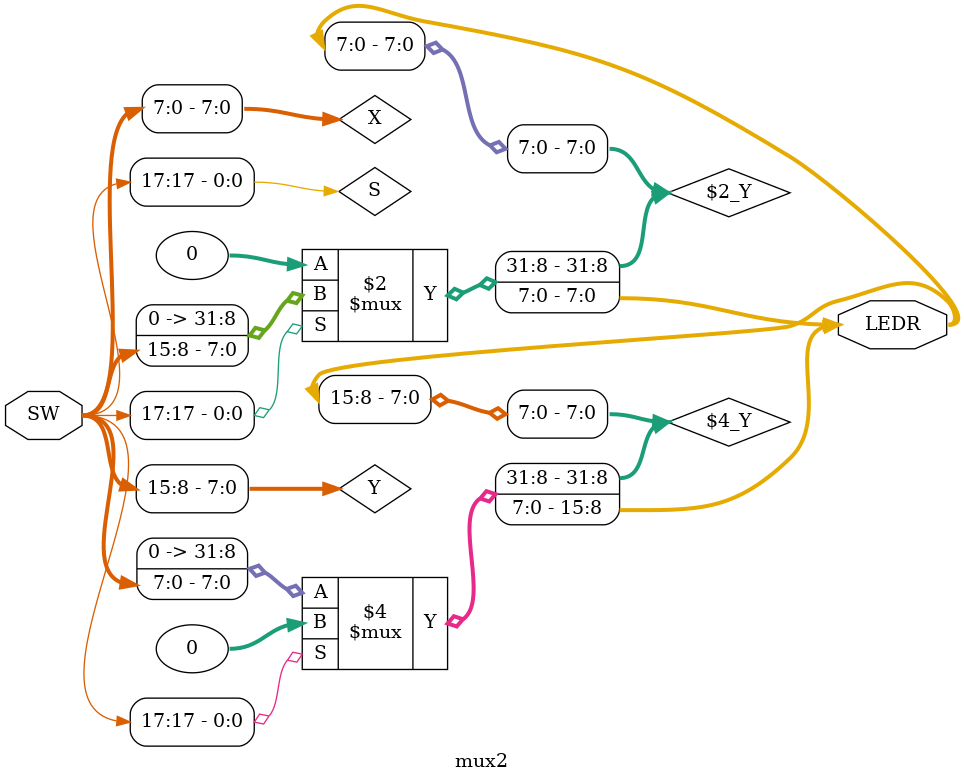
<source format=v>
module mux2(SW, LEDR);

input [17:0] SW;
output [17:0] LEDR;

wire S;
wire [7:0] X;
wire [7:0] Y;

assign S = SW[17];
assign X = SW[7:0];
assign Y = SW[15:8];

assign LEDR[7:0] = S ? Y : 0;
assign LEDR[15:8] = S ? 0 : X;

endmodule

</source>
